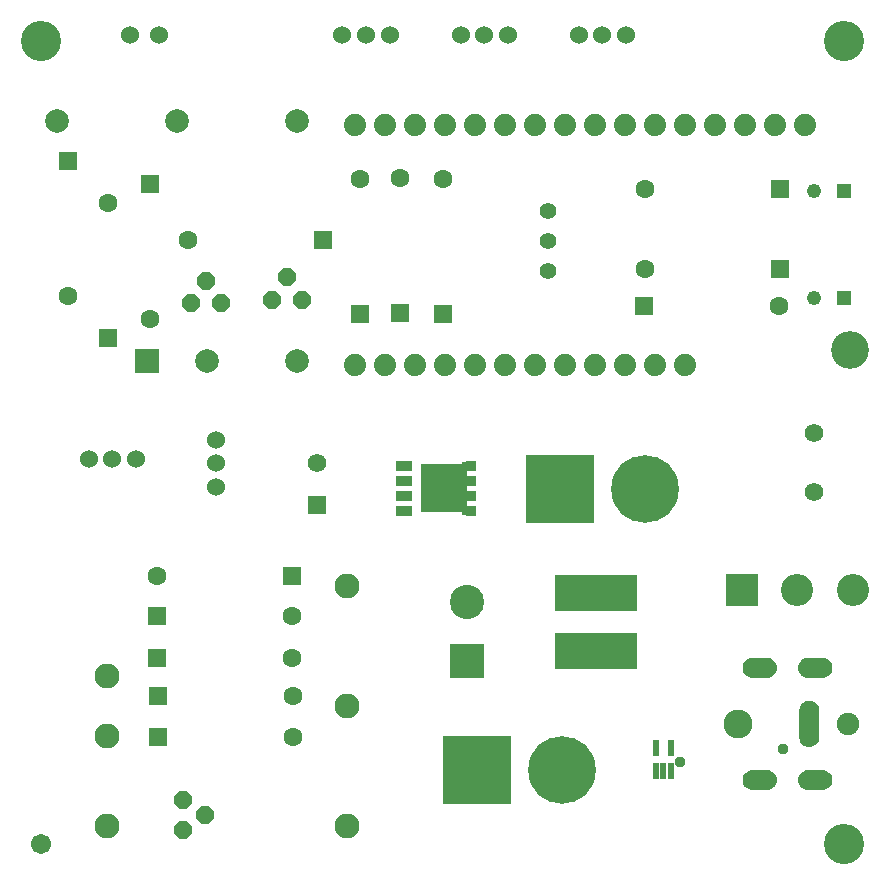
<source format=gbr>
G04 EAGLE Gerber RS-274X export*
G75*
%MOMM*%
%FSLAX34Y34*%
%LPD*%
%INSoldermask Bottom*%
%IPPOS*%
%AMOC8*
5,1,8,0,0,1.08239X$1,22.5*%
G01*
%ADD10C,3.403200*%
%ADD11C,1.703200*%
%ADD12C,3.203200*%
%ADD13C,1.879600*%
%ADD14C,1.524000*%
%ADD15R,1.600200X1.600200*%
%ADD16C,1.600200*%
%ADD17R,1.219200X1.219200*%
%ADD18C,1.219200*%
%ADD19R,2.723200X2.723200*%
%ADD20C,2.723200*%
%ADD21R,0.603200X1.403200*%
%ADD22R,6.913200X3.063200*%
%ADD23R,1.473200X0.813200*%
%ADD24R,0.913200X0.813200*%
%ADD25R,4.013200X4.113200*%
%ADD26R,0.513200X0.458200*%
%ADD27R,5.719200X5.719200*%
%ADD28C,5.719200*%
%ADD29C,1.574800*%
%ADD30R,2.903200X2.903200*%
%ADD31C,2.903200*%
%ADD32P,1.649562X8X22.500000*%
%ADD33C,1.422400*%
%ADD34R,2.003200X2.003200*%
%ADD35C,2.003200*%
%ADD36C,2.108200*%
%ADD37P,1.649562X8X292.500000*%
%ADD38R,1.561200X1.561200*%
%ADD39C,1.561200*%
%ADD40C,1.003200*%
%ADD41C,2.453200*%
%ADD42C,1.903200*%
%ADD43R,0.303200X0.838200*%
%ADD44C,0.959600*%

G36*
X685252Y117046D02*
X685252Y117046D01*
X685289Y117043D01*
X686850Y117197D01*
X686888Y117209D01*
X686946Y117216D01*
X688446Y117671D01*
X688481Y117690D01*
X688537Y117709D01*
X689920Y118448D01*
X689950Y118473D01*
X690001Y118502D01*
X691214Y119497D01*
X691239Y119528D01*
X691283Y119566D01*
X692278Y120779D01*
X692296Y120814D01*
X692332Y120860D01*
X693071Y122243D01*
X693083Y122281D01*
X693109Y122334D01*
X693564Y123834D01*
X693568Y123874D01*
X693583Y123930D01*
X693737Y125491D01*
X693735Y125513D01*
X693739Y125540D01*
X693739Y149540D01*
X693730Y149584D01*
X693725Y149659D01*
X693395Y151005D01*
X693378Y151041D01*
X693363Y151097D01*
X692777Y152354D01*
X692753Y152386D01*
X692727Y152438D01*
X691907Y153556D01*
X691878Y153582D01*
X691842Y153629D01*
X690820Y154565D01*
X690786Y154585D01*
X690742Y154624D01*
X689557Y155343D01*
X689519Y155356D01*
X689468Y155385D01*
X688166Y155859D01*
X688126Y155865D01*
X688071Y155883D01*
X686701Y156094D01*
X686661Y156092D01*
X686603Y156099D01*
X685221Y156039D01*
X683751Y155992D01*
X683713Y155983D01*
X683654Y155980D01*
X682219Y155647D01*
X682183Y155630D01*
X682126Y155615D01*
X680783Y155009D01*
X680751Y154986D01*
X680699Y154960D01*
X679500Y154103D01*
X679473Y154074D01*
X679426Y154039D01*
X678418Y152964D01*
X678397Y152930D01*
X678358Y152887D01*
X677579Y151636D01*
X677565Y151599D01*
X677535Y151548D01*
X677015Y150170D01*
X677008Y150131D01*
X676989Y150075D01*
X676748Y148622D01*
X676749Y148587D01*
X676741Y148540D01*
X676741Y124540D01*
X676744Y124522D01*
X676743Y124513D01*
X676748Y124493D01*
X676748Y124458D01*
X676989Y123005D01*
X677003Y122967D01*
X677015Y122910D01*
X677535Y121532D01*
X677556Y121498D01*
X677579Y121444D01*
X678358Y120193D01*
X678385Y120165D01*
X678418Y120116D01*
X679426Y119041D01*
X679459Y119019D01*
X679500Y118977D01*
X680699Y118120D01*
X680735Y118104D01*
X680783Y118071D01*
X682126Y117465D01*
X682165Y117456D01*
X682219Y117433D01*
X683654Y117100D01*
X683694Y117099D01*
X683751Y117088D01*
X685224Y117041D01*
X685252Y117046D01*
G37*
G36*
X649261Y175545D02*
X649261Y175545D01*
X649289Y175543D01*
X650850Y175697D01*
X650888Y175709D01*
X650946Y175716D01*
X652446Y176171D01*
X652481Y176190D01*
X652537Y176209D01*
X653920Y176948D01*
X653950Y176973D01*
X654001Y177002D01*
X655214Y177997D01*
X655239Y178028D01*
X655283Y178066D01*
X656278Y179279D01*
X656296Y179314D01*
X656332Y179360D01*
X657071Y180743D01*
X657083Y180781D01*
X657109Y180834D01*
X657564Y182334D01*
X657568Y182374D01*
X657583Y182430D01*
X657737Y183991D01*
X657734Y184021D01*
X657738Y184045D01*
X657735Y184058D01*
X657737Y184089D01*
X657583Y185650D01*
X657571Y185688D01*
X657564Y185746D01*
X657109Y187246D01*
X657090Y187281D01*
X657071Y187337D01*
X656332Y188720D01*
X656307Y188750D01*
X656278Y188801D01*
X655283Y190014D01*
X655252Y190039D01*
X655214Y190083D01*
X654001Y191078D01*
X653966Y191096D01*
X653920Y191132D01*
X652537Y191871D01*
X652499Y191883D01*
X652446Y191909D01*
X650946Y192364D01*
X650906Y192368D01*
X650850Y192383D01*
X649289Y192537D01*
X649267Y192535D01*
X649240Y192539D01*
X637240Y192539D01*
X637219Y192535D01*
X637191Y192537D01*
X635630Y192383D01*
X635592Y192371D01*
X635534Y192364D01*
X634034Y191909D01*
X633999Y191890D01*
X633943Y191871D01*
X632560Y191132D01*
X632530Y191107D01*
X632479Y191078D01*
X631266Y190083D01*
X631241Y190052D01*
X631197Y190014D01*
X630202Y188801D01*
X630184Y188766D01*
X630148Y188720D01*
X629409Y187337D01*
X629397Y187299D01*
X629371Y187246D01*
X628916Y185746D01*
X628912Y185706D01*
X628897Y185650D01*
X628743Y184089D01*
X628747Y184050D01*
X628746Y184035D01*
X628742Y184011D01*
X628744Y184004D01*
X628743Y183991D01*
X628897Y182430D01*
X628909Y182392D01*
X628916Y182334D01*
X629371Y180834D01*
X629390Y180799D01*
X629409Y180743D01*
X630148Y179360D01*
X630173Y179330D01*
X630202Y179279D01*
X631197Y178066D01*
X631228Y178041D01*
X631266Y177997D01*
X632479Y177002D01*
X632514Y176984D01*
X632560Y176948D01*
X633943Y176209D01*
X633981Y176197D01*
X634034Y176171D01*
X635534Y175716D01*
X635574Y175712D01*
X635630Y175697D01*
X637191Y175543D01*
X637213Y175545D01*
X637240Y175541D01*
X649240Y175541D01*
X649261Y175545D01*
G37*
G36*
X696261Y175545D02*
X696261Y175545D01*
X696289Y175543D01*
X697850Y175697D01*
X697888Y175709D01*
X697946Y175716D01*
X699446Y176171D01*
X699481Y176190D01*
X699537Y176209D01*
X700920Y176948D01*
X700950Y176973D01*
X701001Y177002D01*
X702214Y177997D01*
X702239Y178028D01*
X702283Y178066D01*
X703278Y179279D01*
X703296Y179314D01*
X703332Y179360D01*
X704071Y180743D01*
X704083Y180781D01*
X704109Y180834D01*
X704564Y182334D01*
X704568Y182374D01*
X704583Y182430D01*
X704737Y183991D01*
X704734Y184021D01*
X704738Y184045D01*
X704735Y184058D01*
X704737Y184089D01*
X704583Y185650D01*
X704571Y185688D01*
X704564Y185746D01*
X704109Y187246D01*
X704090Y187281D01*
X704071Y187337D01*
X703332Y188720D01*
X703307Y188750D01*
X703278Y188801D01*
X702283Y190014D01*
X702252Y190039D01*
X702214Y190083D01*
X701001Y191078D01*
X700966Y191096D01*
X700920Y191132D01*
X699537Y191871D01*
X699499Y191883D01*
X699446Y191909D01*
X697946Y192364D01*
X697906Y192368D01*
X697850Y192383D01*
X696289Y192537D01*
X696267Y192535D01*
X696240Y192539D01*
X684240Y192539D01*
X684219Y192535D01*
X684191Y192537D01*
X682630Y192383D01*
X682592Y192371D01*
X682534Y192364D01*
X681034Y191909D01*
X680999Y191890D01*
X680943Y191871D01*
X679560Y191132D01*
X679530Y191107D01*
X679479Y191078D01*
X678266Y190083D01*
X678241Y190052D01*
X678197Y190014D01*
X677202Y188801D01*
X677184Y188766D01*
X677148Y188720D01*
X676409Y187337D01*
X676397Y187299D01*
X676371Y187246D01*
X675916Y185746D01*
X675912Y185706D01*
X675897Y185650D01*
X675743Y184089D01*
X675747Y184050D01*
X675746Y184035D01*
X675742Y184011D01*
X675744Y184004D01*
X675743Y183991D01*
X675897Y182430D01*
X675909Y182392D01*
X675916Y182334D01*
X676371Y180834D01*
X676390Y180799D01*
X676409Y180743D01*
X677148Y179360D01*
X677173Y179330D01*
X677202Y179279D01*
X678197Y178066D01*
X678228Y178041D01*
X678266Y177997D01*
X679479Y177002D01*
X679514Y176984D01*
X679560Y176948D01*
X680943Y176209D01*
X680981Y176197D01*
X681034Y176171D01*
X682534Y175716D01*
X682574Y175712D01*
X682630Y175697D01*
X684191Y175543D01*
X684213Y175545D01*
X684240Y175541D01*
X696240Y175541D01*
X696261Y175545D01*
G37*
G36*
X649261Y80545D02*
X649261Y80545D01*
X649289Y80543D01*
X650850Y80697D01*
X650888Y80709D01*
X650946Y80716D01*
X652446Y81171D01*
X652481Y81190D01*
X652537Y81209D01*
X653920Y81948D01*
X653950Y81973D01*
X654001Y82002D01*
X655214Y82997D01*
X655239Y83028D01*
X655283Y83066D01*
X656278Y84279D01*
X656296Y84314D01*
X656332Y84360D01*
X657071Y85743D01*
X657083Y85781D01*
X657109Y85834D01*
X657564Y87334D01*
X657568Y87374D01*
X657583Y87430D01*
X657737Y88991D01*
X657734Y89021D01*
X657738Y89045D01*
X657735Y89058D01*
X657737Y89089D01*
X657583Y90650D01*
X657571Y90688D01*
X657564Y90746D01*
X657109Y92246D01*
X657090Y92281D01*
X657071Y92337D01*
X656332Y93720D01*
X656307Y93750D01*
X656278Y93801D01*
X655283Y95014D01*
X655252Y95039D01*
X655214Y95083D01*
X654001Y96078D01*
X653966Y96096D01*
X653920Y96132D01*
X652537Y96871D01*
X652499Y96883D01*
X652446Y96909D01*
X650946Y97364D01*
X650906Y97368D01*
X650850Y97383D01*
X649289Y97537D01*
X649267Y97535D01*
X649240Y97539D01*
X637240Y97539D01*
X637219Y97535D01*
X637191Y97537D01*
X635630Y97383D01*
X635592Y97371D01*
X635534Y97364D01*
X634034Y96909D01*
X633999Y96890D01*
X633943Y96871D01*
X632560Y96132D01*
X632530Y96107D01*
X632479Y96078D01*
X631266Y95083D01*
X631241Y95052D01*
X631197Y95014D01*
X630202Y93801D01*
X630184Y93766D01*
X630148Y93720D01*
X629409Y92337D01*
X629397Y92299D01*
X629371Y92246D01*
X628916Y90746D01*
X628912Y90706D01*
X628897Y90650D01*
X628743Y89089D01*
X628747Y89050D01*
X628746Y89035D01*
X628742Y89011D01*
X628744Y89004D01*
X628743Y88991D01*
X628897Y87430D01*
X628909Y87392D01*
X628916Y87334D01*
X629371Y85834D01*
X629390Y85799D01*
X629409Y85743D01*
X630148Y84360D01*
X630173Y84330D01*
X630202Y84279D01*
X631197Y83066D01*
X631228Y83041D01*
X631266Y82997D01*
X632479Y82002D01*
X632514Y81984D01*
X632560Y81948D01*
X633943Y81209D01*
X633981Y81197D01*
X634034Y81171D01*
X635534Y80716D01*
X635574Y80712D01*
X635630Y80697D01*
X637191Y80543D01*
X637213Y80545D01*
X637240Y80541D01*
X649240Y80541D01*
X649261Y80545D01*
G37*
G36*
X696261Y80545D02*
X696261Y80545D01*
X696289Y80543D01*
X697850Y80697D01*
X697888Y80709D01*
X697946Y80716D01*
X699446Y81171D01*
X699481Y81190D01*
X699537Y81209D01*
X700920Y81948D01*
X700950Y81973D01*
X701001Y82002D01*
X702214Y82997D01*
X702239Y83028D01*
X702283Y83066D01*
X703278Y84279D01*
X703296Y84314D01*
X703332Y84360D01*
X704071Y85743D01*
X704083Y85781D01*
X704109Y85834D01*
X704564Y87334D01*
X704568Y87374D01*
X704583Y87430D01*
X704737Y88991D01*
X704734Y89021D01*
X704738Y89045D01*
X704735Y89058D01*
X704737Y89089D01*
X704583Y90650D01*
X704571Y90688D01*
X704564Y90746D01*
X704109Y92246D01*
X704090Y92281D01*
X704071Y92337D01*
X703332Y93720D01*
X703307Y93750D01*
X703278Y93801D01*
X702283Y95014D01*
X702252Y95039D01*
X702214Y95083D01*
X701001Y96078D01*
X700966Y96096D01*
X700920Y96132D01*
X699537Y96871D01*
X699499Y96883D01*
X699446Y96909D01*
X697946Y97364D01*
X697906Y97368D01*
X697850Y97383D01*
X696289Y97537D01*
X696267Y97535D01*
X696240Y97539D01*
X684240Y97539D01*
X684219Y97535D01*
X684191Y97537D01*
X682630Y97383D01*
X682592Y97371D01*
X682534Y97364D01*
X681034Y96909D01*
X680999Y96890D01*
X680943Y96871D01*
X679560Y96132D01*
X679530Y96107D01*
X679479Y96078D01*
X678266Y95083D01*
X678241Y95052D01*
X678197Y95014D01*
X677202Y93801D01*
X677184Y93766D01*
X677148Y93720D01*
X676409Y92337D01*
X676397Y92299D01*
X676371Y92246D01*
X675916Y90746D01*
X675912Y90706D01*
X675897Y90650D01*
X675743Y89089D01*
X675747Y89050D01*
X675746Y89035D01*
X675742Y89011D01*
X675744Y89004D01*
X675743Y88991D01*
X675897Y87430D01*
X675909Y87392D01*
X675916Y87334D01*
X676371Y85834D01*
X676390Y85799D01*
X676409Y85743D01*
X677148Y84360D01*
X677173Y84330D01*
X677202Y84279D01*
X678197Y83066D01*
X678228Y83041D01*
X678266Y82997D01*
X679479Y82002D01*
X679514Y81984D01*
X679560Y81948D01*
X680943Y81209D01*
X680981Y81197D01*
X681034Y81171D01*
X682534Y80716D01*
X682574Y80712D01*
X682630Y80697D01*
X684191Y80543D01*
X684213Y80545D01*
X684240Y80541D01*
X696240Y80541D01*
X696261Y80545D01*
G37*
D10*
X35000Y715000D03*
X715000Y715000D03*
X715000Y35000D03*
D11*
X35000Y35000D03*
D12*
X719400Y452700D03*
D13*
X300300Y643200D03*
X325700Y643200D03*
X351100Y643200D03*
X376500Y643200D03*
X401900Y643200D03*
X427300Y643200D03*
X452700Y643200D03*
X478100Y643200D03*
X503500Y643200D03*
X528900Y643200D03*
X554300Y643200D03*
X579700Y643200D03*
X605100Y643200D03*
X630500Y643200D03*
X655900Y643200D03*
X681300Y643200D03*
X579700Y440000D03*
X554300Y440000D03*
X528900Y440000D03*
X503500Y440000D03*
X478100Y440000D03*
X452700Y440000D03*
X427300Y440000D03*
X401900Y440000D03*
X376500Y440000D03*
X351100Y440000D03*
X325700Y440000D03*
X300300Y440000D03*
D14*
X290000Y720000D03*
X310066Y720000D03*
X329878Y720000D03*
D15*
X660400Y521970D03*
D16*
X546100Y521970D03*
D15*
X660400Y589280D03*
D16*
X546100Y589280D03*
D17*
X715000Y497540D03*
D18*
X689600Y497540D03*
D17*
X715000Y587540D03*
D18*
X689600Y587540D03*
D14*
X110000Y720000D03*
X134892Y720000D03*
X182670Y336980D03*
X182670Y357046D03*
X182670Y376858D03*
X114970Y360860D03*
X94904Y360860D03*
X75092Y360860D03*
D19*
X628240Y249970D03*
D20*
X675240Y249970D03*
X722240Y249970D03*
D21*
X568280Y96770D03*
X561780Y96770D03*
X555280Y96770D03*
X555280Y115770D03*
X568280Y115770D03*
D22*
X504700Y198100D03*
X504700Y247220D03*
D23*
X342320Y317020D03*
X342320Y329720D03*
X342320Y342420D03*
X342320Y355120D03*
D24*
X398520Y355120D03*
X398520Y342420D03*
X398520Y329720D03*
X398520Y317020D03*
D25*
X375920Y336070D03*
D26*
X393420Y315240D03*
X393420Y356900D03*
D27*
X404120Y97260D03*
D28*
X476120Y97260D03*
D29*
X689060Y332940D03*
X689060Y382978D03*
D30*
X395820Y189400D03*
D31*
X395820Y239400D03*
D14*
X490000Y720000D03*
X510066Y720000D03*
X529878Y720000D03*
X390000Y720000D03*
X410066Y720000D03*
X429878Y720000D03*
D27*
X474000Y335000D03*
D28*
X546000Y335000D03*
D32*
X186950Y492790D03*
X174250Y511840D03*
X161550Y492790D03*
D15*
X304720Y483710D03*
D16*
X304720Y598010D03*
D15*
X273470Y545830D03*
D16*
X159170Y545830D03*
D15*
X126700Y593280D03*
D16*
X126700Y478980D03*
D15*
X57810Y613290D03*
D16*
X57810Y498990D03*
D15*
X91620Y463500D03*
D16*
X91620Y577800D03*
D15*
X133400Y159780D03*
D16*
X247700Y159780D03*
D15*
X132950Y192260D03*
D16*
X247250Y192260D03*
D33*
X463810Y570800D03*
X463810Y545400D03*
X463810Y520000D03*
D34*
X124600Y443400D03*
D35*
X175400Y443400D03*
X251600Y443400D03*
X48400Y646600D03*
X150000Y646600D03*
X251600Y646600D03*
D36*
X294150Y253230D03*
X294150Y151630D03*
X294150Y50030D03*
X90950Y50030D03*
X90950Y126230D03*
X90950Y177030D03*
D15*
X247540Y261790D03*
D16*
X133240Y261790D03*
D37*
X154660Y46650D03*
X173710Y59350D03*
X154660Y72050D03*
D15*
X134040Y125530D03*
D16*
X248340Y125530D03*
D32*
X255370Y495810D03*
X242670Y514860D03*
X229970Y495810D03*
D15*
X133150Y228000D03*
D16*
X247450Y228000D03*
D15*
X374720Y483710D03*
D16*
X374720Y598010D03*
D15*
X338890Y484090D03*
D16*
X338890Y598390D03*
D38*
X268300Y322030D03*
D39*
X268300Y357030D03*
D40*
X690240Y89040D03*
X685240Y136540D03*
X690240Y184040D03*
X643240Y89040D03*
X643240Y184040D03*
D41*
X625240Y136540D03*
D42*
X717740Y136540D03*
D43*
X690240Y138540D03*
D15*
X545000Y490000D03*
D16*
X659300Y490000D03*
D44*
X662940Y115570D03*
X576072Y104394D03*
M02*

</source>
